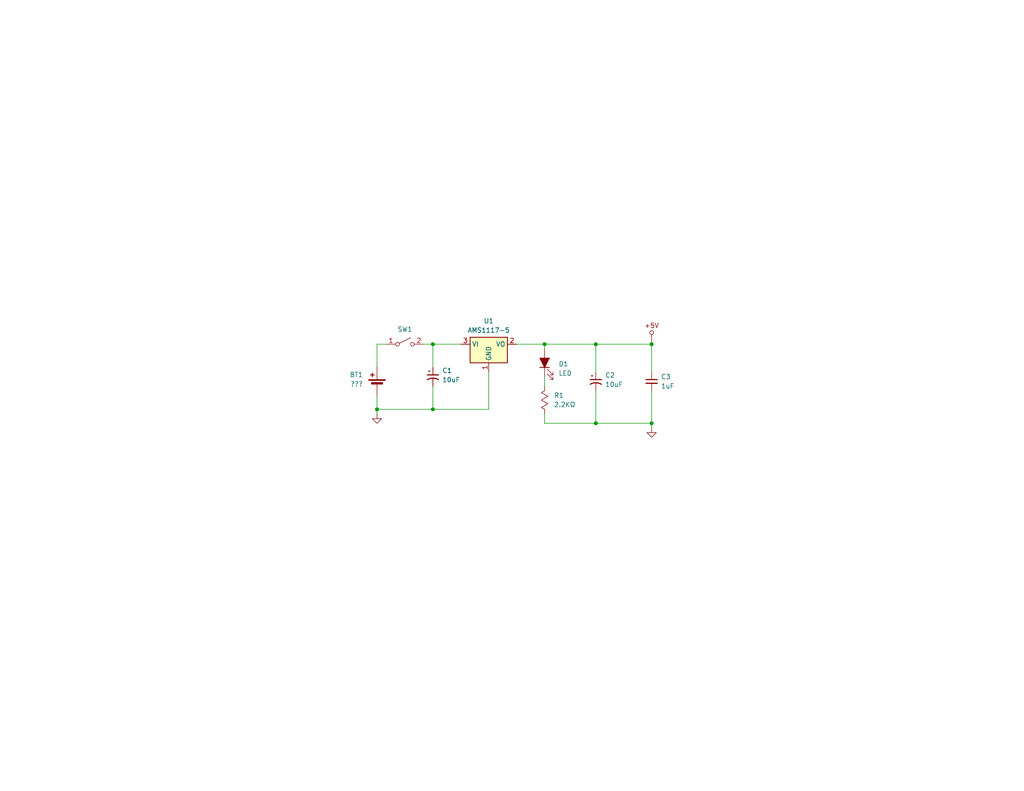
<source format=kicad_sch>
(kicad_sch (version 20231120) (generator "eeschema") (generator_version "8.0")
  (paper "A")
  (title_block (title "Power") (date "2025-04-04") (rev "A") (company "Idaho State University"))
  (lib_symbols
    (symbol "AW_Libraries_Power:GND" (power) (pin_numbers hide) (pin_names (offset 0) hide) (in_bom no) (on_board no)
      (symbol "GND_0_1"
        (polyline (pts (xy -1.27 0) (xy 1.27 0) (xy 0 -1.27) (xy -1.27 0)))
      )
      (symbol "GND_1_1"
        (pin input line (at 0 1.27 270) (length 1.27) (name "GND") (number ""))
      )
    )
    (symbol "Device:Battery_Cell" (pin_numbers hide) (pin_names (offset 0) hide)
      (property "Reference" "BT" (at 2.54 2.54 0))
      (property "Value" "Battery_Cell" (at 2.54 0 0))
      (symbol "Battery_Cell_0_1"
        (rectangle (start -2.286 1.778) (end 2.286 1.524) (fill (type outline)))
        (rectangle (start -1.524 1.016) (end 1.524 0.508) (fill (type outline)))
        (polyline (pts (xy 0 0.762) (xy 0 0)))
        (polyline (pts (xy 0 1.778) (xy 0 2.54)))
        (polyline (pts (xy 0.762 3.048) (xy 1.778 3.048)) (stroke (width 0.254)))
        (polyline (pts (xy 1.27 3.556) (xy 1.27 2.54)) (stroke (width 0.254)))
      )
      (symbol "Battery_Cell_1_1"
        (pin passive line (at 0 5.08 270) (length 2.54) (name "+") (number "1"))
        (pin passive line (at 0 -2.54 90) (length 2.54) (name "-") (number "2"))
      )
    )
    (symbol "Device:C_Polarized_Small_US" (pin_numbers hide) (pin_names (offset 0.254) hide)
      (property "Reference" "C" (at 0.254 1.778 0))
      (property "Value" "C_Polarized_Small_US" (at 0.254 -2.032 0))
      (symbol "C_Polarized_Small_US_0_1"
        (polyline (pts (xy -1.524 0.508) (xy 1.524 0.508)) (stroke (width 0.3048)))
        (polyline (pts (xy -1.27 1.524) (xy -0.762 1.524)))
        (polyline (pts (xy -1.016 1.27) (xy -1.016 1.778)))
        (arc (start 1.524 -0.762) (mid 0 -0.3734) (end -1.524 -0.762) (stroke (width 0.3048)))
      )
      (symbol "C_Polarized_Small_US_1_1"
        (pin passive line (at 0 2.54 270) (length 2.032) (name "~") (number "1"))
        (pin passive line (at 0 -2.54 90) (length 2.032) (name "~") (number "2"))
      )
    )
    (symbol "Device:C_Small" (pin_numbers hide) (pin_names (offset 0.254) hide)
      (property "Reference" "C" (at 0.254 1.778 0))
      (property "Value" "C_Small" (at 0.254 -2.032 0))
      (symbol "C_Small_0_1"
        (polyline (pts (xy -1.524 -0.508) (xy 1.524 -0.508)) (stroke (width 0.3302)))
        (polyline (pts (xy -1.524 0.508) (xy 1.524 0.508)) (stroke (width 0.3048)))
      )
      (symbol "C_Small_1_1"
        (pin passive line (at 0 2.54 270) (length 2.032) (name "~") (number "1"))
        (pin passive line (at 0 -2.54 90) (length 2.032) (name "~") (number "2"))
      )
    )
    (symbol "Device:LED_Filled" (pin_numbers hide) (pin_names (offset 1.016) hide)
      (property "Reference" "D" (at 0 2.54 0))
      (property "Value" "LED_Filled" (at 0 -2.54 0))
      (symbol "LED_Filled_0_1"
        (polyline (pts (xy -1.27 -1.27) (xy -1.27 1.27)) (stroke (width 0.254)))
        (polyline (pts (xy -1.27 0) (xy 1.27 0)))
        (polyline (pts (xy 1.27 -1.27) (xy 1.27 1.27) (xy -1.27 0) (xy 1.27 -1.27)) (stroke (width 0.254)) (fill (type outline)))
        (polyline (pts (xy -3.048 -0.762) (xy -4.572 -2.286) (xy -3.81 -2.286) (xy -4.572 -2.286) (xy -4.572 -1.524)))
        (polyline (pts (xy -1.778 -0.762) (xy -3.302 -2.286) (xy -2.54 -2.286) (xy -3.302 -2.286) (xy -3.302 -1.524)))
      )
      (symbol "LED_Filled_1_1"
        (pin passive line (at -3.81 0 0) (length 2.54) (name "K") (number "1"))
        (pin passive line (at 3.81 0 180) (length 2.54) (name "A") (number "2"))
      )
    )
    (symbol "Libraries:+5V" (power) (pin_numbers hide) (pin_names (offset 0)) (in_bom no) (on_board no)
      (symbol "+5V_0_1"
        (circle (center 0 1.905) (radius 0.5236))
      )
      (symbol "+5V_1_0"
        (text "+5V" (at 0 3.81 0) (effects (font (size 1.27 1.27))))
      )
      (symbol "+5V_1_1"
        (pin power_in line (at 0 -1.27 90) (length 2.54) (name "") (number ""))
      )
    )
    (symbol "Libraries:R_Custom" (pin_numbers hide) (pin_names (offset 1.016) hide)
      (property "Reference" "R1" (at 0 6.35 0))
      (property "Value" "RΩ" (at 0 3.81 0))
      (symbol "R_Custom_0_1"
        (polyline (pts (xy -2.54 0) (xy -2.032 0.889) (xy -1.524 0) (xy -1.016 -0.889) (xy -0.508 0) (xy 0 0.889) (xy 0.508 0) (xy 1.016 -0.889) (xy 1.524 0) (xy 2.032 0.889) (xy 2.54 0)))
      )
      (symbol "R_Custom_1_1"
        (pin passive line (at -3.81 0 0) (length 1.27) (name "") (number "1"))
        (pin passive line (at 3.81 0 180) (length 1.27) (name "") (number "2"))
      )
    )
    (symbol "Regulator_Linear:AMS1117-3.3"
      (property "Reference" "U" (at -3.81 3.175 0))
      (property "Value" "AMS1117-3.3" (at 0 3.175 0))
      (symbol "AMS1117-3.3_0_1"
        (rectangle (start -5.08 -5.08) (end 5.08 1.905) (stroke (width 0.254)) (fill (type background)))
      )
      (symbol "AMS1117-3.3_1_1"
        (pin power_in line (at 0 -7.62 90) (length 2.54) (name "GND") (number "1"))
        (pin power_out line (at 7.62 0 180) (length 2.54) (name "VO") (number "2"))
        (pin power_in line (at -7.62 0 0) (length 2.54) (name "VI") (number "3"))
      )
    )
    (symbol "Switch:SW_SPST" (pin_names (offset 0) hide)
      (property "Reference" "SW" (at 0 3.175 0))
      (property "Value" "SW_SPST" (at 0 -2.54 0))
      (symbol "SW_SPST_0_0"
        (circle (center -2.032 0) (radius 0.508))
        (polyline (pts (xy -1.524 0.254) (xy 1.524 1.778)))
        (circle (center 2.032 0) (radius 0.508))
      )
      (symbol "SW_SPST_1_1"
        (pin passive line (at -5.08 0 0) (length 2.54) (name "A") (number "1"))
        (pin passive line (at 5.08 0 180) (length 2.54) (name "B") (number "2"))
      )
    )
  )
  (junction (at 118.11 93.98))
  (junction (at 148.59 93.98))
  (junction (at 162.56 115.57))
  (junction (at 118.11 111.76))
  (junction (at 162.56 93.98))
  (junction (at 102.87 111.76))
  (junction (at 177.8 93.98))
  (junction (at 177.8 115.57))
  (wire (pts (xy 102.87 93.98) (xy 102.87 100.33)))
  (wire (pts (xy 162.56 106.68) (xy 162.56 115.57)))
  (wire (pts (xy 162.56 101.6) (xy 162.56 93.98)))
  (wire (pts (xy 148.59 95.25) (xy 148.59 93.98)))
  (wire (pts (xy 118.11 105.41) (xy 118.11 111.76)))
  (wire (pts (xy 148.59 105.41) (xy 148.59 102.87)))
  (wire (pts (xy 102.87 107.95) (xy 102.87 111.76)))
  (wire (pts (xy 115.57 93.98) (xy 118.11 93.98)))
  (wire (pts (xy 177.8 93.98) (xy 162.56 93.98)))
  (wire (pts (xy 133.35 101.6) (xy 133.35 111.76)))
  (wire (pts (xy 118.11 93.98) (xy 125.73 93.98)))
  (wire (pts (xy 140.97 93.98) (xy 148.59 93.98)))
  (wire (pts (xy 102.87 111.76) (xy 118.11 111.76)))
  (wire (pts (xy 102.87 93.98) (xy 105.41 93.98)))
  (wire (pts (xy 133.35 111.76) (xy 118.11 111.76)))
  (wire (pts (xy 148.59 115.57) (xy 148.59 113.03)))
  (wire (pts (xy 177.8 106.68) (xy 177.8 115.57)))
  (wire (pts (xy 102.87 113.03) (xy 102.87 111.76)))
  (wire (pts (xy 177.8 101.6) (xy 177.8 93.98)))
  (wire (pts (xy 162.56 93.98) (xy 148.59 93.98)))
  (wire (pts (xy 177.8 116.84) (xy 177.8 115.57)))
  (wire (pts (xy 118.11 93.98) (xy 118.11 100.33)))
  (wire (pts (xy 162.56 115.57) (xy 148.59 115.57)))
  (wire (pts (xy 177.8 115.57) (xy 162.56 115.57)))
  (symbol (lib_id "Device:C_Polarized_Small_US") (at 162.56 104.14 0) (unit 1)
    (property "Reference" "C2" (at 165.1 102.4381 0) (effects (justify left)))
    (property "Value" "10uF" (at 165.1 104.9781 0) (effects (justify left)))
    (property "Footprint" "Capacitor_SMD:C_0805_2012Metric_Pad1.18x1.45mm_HandSolder" (effects (hide yes)))
    (property "Description" "Polarized capacitor, small US symbol" (effects (hide yes)))
  )
  (symbol (lib_id "Device:LED_Filled") (at 148.59 99.06 90) (unit 1)
    (property "Reference" "D1" (at 152.4 99.3774 90) (effects (justify right)))
    (property "Value" "LED" (at 152.4 101.9174 90) (effects (justify right)))
    (property "Footprint" "LED_SMD:LED_0805_2012Metric_Pad1.15x1.40mm_HandSolder" (effects (hide yes)))
    (property "Description" "Light emitting diode, filled shape" (effects (hide yes)))
  )
  (symbol (lib_id "Device:Battery_Cell") (at 102.87 105.41 0) (mirror y) (unit 1)
    (property "Reference" "BT1" (at 99.06 102.2984 0) (effects (justify left)))
    (property "Value" "???" (at 99.06 104.8384 0) (effects (justify left)))
    (property "Description" "Single-cell battery" (effects (hide yes)))
  )
  (symbol (lib_id "Regulator_Linear:AMS1117-3.3") (at 133.35 93.98 0) (unit 1)
    (property "Reference" "U1" (at 133.35 87.63 0))
    (property "Value" "AMS1117-5" (at 133.35 90.17 0))
    (property "Footprint" "Package_TO_SOT_SMD:SOT-223-3_TabPin2" (effects (hide yes)))
    (property "Datasheet" "http://www.advanced-monolithic.com/pdf/ds1117.pdf" (effects (hide yes)))
    (property "Description" "1A Low Dropout regulator, positive, 3.3V fixed output, SOT-223" (effects (hide yes)))
  )
  (symbol (lib_id "Switch:SW_SPST") (at 110.49 93.98 0) (unit 1)
    (property "Reference" "SW1" (at 110.49 89.916 0))
    (property "Value" "SW_SPST" (effects (hide yes)))
    (property "Description" "Single Pole Single Throw (SPST) switch" (effects (hide yes)))
  )
  (symbol (lib_id "Libraries:+5V") (at 177.8 92.71 0) (unit 1) (in_bom no) (on_board no)
    (property "Reference" "#+5V01" (effects (hide yes)))
    (property "Value" "+5V" (effects (hide yes)))
  )
  (symbol (lib_id "Libraries:R_Custom") (at 148.59 109.22 90) (unit 1)
    (property "Reference" "R1" (at 151.13 107.9499 90) (effects (justify right)))
    (property "Value" "2.2KΩ" (at 151.13 110.4899 90) (effects (justify right)))
    (property "Footprint" "Resistor_SMD:R_0805_2012Metric_Pad1.20x1.40mm_HandSolder" (effects (hide yes)))
    (property "Description" "Custom Resistor" (effects (hide yes)))
  )
  (symbol (lib_id "AW_Libraries_Power:GND") (at 177.8 118.11 0) (unit 1) (in_bom no) (on_board no)
    (property "Reference" "#PWR02" (effects (hide yes)))
    (property "Value" "GND" (effects (hide yes)))
  )
  (symbol (lib_id "Device:C_Polarized_Small_US") (at 118.11 102.87 0) (unit 1)
    (property "Reference" "C1" (at 120.65 101.1681 0) (effects (justify left)))
    (property "Value" "10uF" (at 120.65 103.7081 0) (effects (justify left)))
    (property "Footprint" "Capacitor_SMD:C_0805_2012Metric_Pad1.18x1.45mm_HandSolder" (effects (hide yes)))
    (property "Description" "Polarized capacitor, small US symbol" (effects (hide yes)))
  )
  (symbol (lib_id "AW_Libraries_Power:GND") (at 102.87 114.3 0) (unit 1) (in_bom no) (on_board no)
    (property "Reference" "#PWR01" (effects (hide yes)))
    (property "Value" "GND" (effects (hide yes)))
  )
  (symbol (lib_id "Device:C_Small") (at 177.8 104.14 0) (unit 1)
    (property "Reference" "C3" (at 180.34 102.8762 0) (effects (justify left)))
    (property "Value" "1uF" (at 180.34 105.4162 0) (effects (justify left)))
    (property "Footprint" "Capacitor_SMD:C_0805_2012Metric_Pad1.18x1.45mm_HandSolder" (effects (hide yes)))
    (property "Description" "Unpolarized capacitor, small symbol" (effects (hide yes)))
  )
)
</source>
